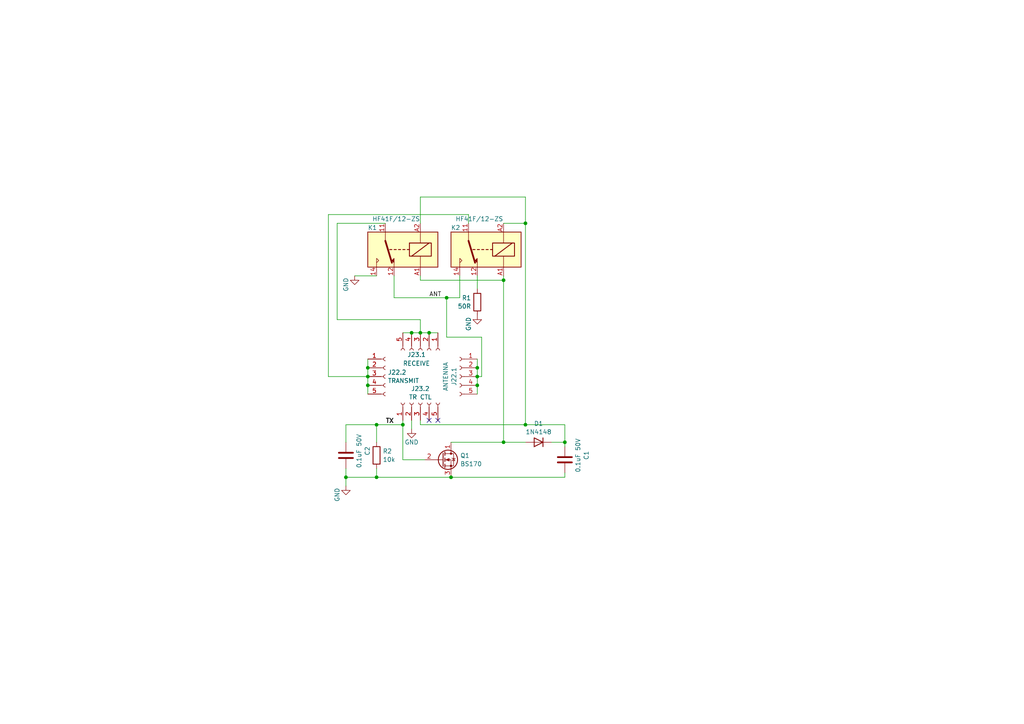
<source format=kicad_sch>
(kicad_sch (version 20230121) (generator eeschema)
  (paper "A4")
  (title_block (title "K9HZ 100W 11 Band LPF TR Carrier Board") (date "2024-01-14") (rev "V1.00") (comment 1 "Layout by OG King-KI3P") (comment 2 "Designed by WJ Schmidt-K9HZ"))
  (lib_symbols
    (symbol "Connector:Conn_01x05_Socket" (pin_names (offset 1.016) hide)
      (property "Reference" "J" (at 0 7.62 0))
      (property "Value" "Conn_01x05_Socket" (at 0 -7.62 0))
      (symbol "Conn_01x05_Socket_1_1"
        (arc (start 0 -4.572) (mid -0.5058 -5.08) (end 0 -5.588) (stroke (width 0.1524)))
        (arc (start 0 -2.032) (mid -0.5058 -2.54) (end 0 -3.048) (stroke (width 0.1524)))
        (polyline (pts (xy -1.27 -5.08) (xy -0.508 -5.08)) (stroke (width 0.1524)))
        (polyline (pts (xy -1.27 -2.54) (xy -0.508 -2.54)) (stroke (width 0.1524)))
        (polyline (pts (xy -1.27 0) (xy -0.508 0)) (stroke (width 0.1524)))
        (polyline (pts (xy -1.27 2.54) (xy -0.508 2.54)) (stroke (width 0.1524)))
        (polyline (pts (xy -1.27 5.08) (xy -0.508 5.08)) (stroke (width 0.1524)))
        (arc (start 0 0.508) (mid -0.5058 0) (end 0 -0.508) (stroke (width 0.1524)))
        (arc (start 0 3.048) (mid -0.5058 2.54) (end 0 2.032) (stroke (width 0.1524)))
        (arc (start 0 5.588) (mid -0.5058 5.08) (end 0 4.572) (stroke (width 0.1524)))
        (pin passive line (at -5.08 5.08 0) (length 3.81) (name "Pin_1") (number "1"))
        (pin passive line (at -5.08 2.54 0) (length 3.81) (name "Pin_2") (number "2"))
        (pin passive line (at -5.08 0 0) (length 3.81) (name "Pin_3") (number "3"))
        (pin passive line (at -5.08 -2.54 0) (length 3.81) (name "Pin_4") (number "4"))
        (pin passive line (at -5.08 -5.08 0) (length 3.81) (name "Pin_5") (number "5"))
      )
    )
    (symbol "Device:C" (pin_numbers hide) (pin_names (offset 0.254))
      (property "Reference" "C" (at 0.635 2.54 0))
      (property "Value" "C" (at 0.635 -2.54 0))
      (symbol "C_0_1"
        (polyline (pts (xy -2.032 -0.762) (xy 2.032 -0.762)) (stroke (width 0.508)))
        (polyline (pts (xy -2.032 0.762) (xy 2.032 0.762)) (stroke (width 0.508)))
      )
      (symbol "C_1_1"
        (pin passive line (at 0 3.81 270) (length 2.794) (name "~") (number "1"))
        (pin passive line (at 0 -3.81 90) (length 2.794) (name "~") (number "2"))
      )
    )
    (symbol "Device:R" (pin_numbers hide) (pin_names (offset 0))
      (property "Reference" "R" (at 2.032 0 90))
      (property "Value" "R" (at 0 0 90))
      (symbol "R_0_1"
        (rectangle (start -1.016 -2.54) (end 1.016 2.54) (stroke (width 0.254)))
      )
      (symbol "R_1_1"
        (pin passive line (at 0 3.81 270) (length 1.27) (name "~") (number "1"))
        (pin passive line (at 0 -3.81 90) (length 1.27) (name "~") (number "2"))
      )
    )
    (symbol "Diode:1N4148" (pin_numbers hide) (pin_names hide)
      (property "Reference" "D" (at 0 2.54 0))
      (property "Value" "1N4148" (at 0 -2.54 0))
      (symbol "1N4148_0_1"
        (polyline (pts (xy -1.27 1.27) (xy -1.27 -1.27)) (stroke (width 0.254)))
        (polyline (pts (xy 1.27 0) (xy -1.27 0)))
        (polyline (pts (xy 1.27 1.27) (xy 1.27 -1.27) (xy -1.27 0) (xy 1.27 1.27)) (stroke (width 0.254)))
      )
      (symbol "1N4148_1_1"
        (pin passive line (at -3.81 0 0) (length 2.54) (name "K") (number "1"))
        (pin passive line (at 3.81 0 180) (length 2.54) (name "A") (number "2"))
      )
    )
    (symbol "Relay:Relay_SPDT"
      (property "Reference" "K" (at 11.43 3.81 0))
      (property "Value" "Relay_SPDT" (at 11.43 1.27 0))
      (symbol "Relay_SPDT_0_0"
        (polyline (pts (xy 7.62 5.08) (xy 7.62 2.54) (xy 6.985 3.175) (xy 7.62 3.81)))
      )
      (symbol "Relay_SPDT_0_1"
        (rectangle (start -10.16 5.08) (end 10.16 -5.08) (stroke (width 0.254)) (fill (type background)))
        (rectangle (start -8.255 1.905) (end -1.905 -1.905) (stroke (width 0.254)))
        (polyline (pts (xy -7.62 -1.905) (xy -2.54 1.905)) (stroke (width 0.254)))
        (polyline (pts (xy -5.08 -5.08) (xy -5.08 -1.905)))
        (polyline (pts (xy -5.08 5.08) (xy -5.08 1.905)))
        (polyline (pts (xy -1.905 0) (xy -1.27 0)) (stroke (width 0.254)))
        (polyline (pts (xy -0.635 0) (xy 0 0)) (stroke (width 0.254)))
        (polyline (pts (xy 0.635 0) (xy 1.27 0)) (stroke (width 0.254)))
        (polyline (pts (xy 1.905 0) (xy 2.54 0)) (stroke (width 0.254)))
        (polyline (pts (xy 3.175 0) (xy 3.81 0)) (stroke (width 0.254)))
        (polyline (pts (xy 5.08 -2.54) (xy 3.175 3.81)) (stroke (width 0.508)))
        (polyline (pts (xy 5.08 -2.54) (xy 5.08 -5.08)))
        (polyline (pts (xy 2.54 5.08) (xy 2.54 2.54) (xy 3.175 3.175) (xy 2.54 3.81)) (fill (type outline)))
      )
      (symbol "Relay_SPDT_1_1"
        (pin passive line (at 5.08 -7.62 90) (length 2.54) (name "~") (number "11"))
        (pin passive line (at 2.54 7.62 270) (length 2.54) (name "~") (number "12"))
        (pin passive line (at 7.62 7.62 270) (length 2.54) (name "~") (number "14"))
        (pin passive line (at -5.08 7.62 270) (length 2.54) (name "~") (number "A1"))
        (pin passive line (at -5.08 -7.62 90) (length 2.54) (name "~") (number "A2"))
      )
    )
    (symbol "Transistor_FET:BS170" (pin_names hide)
      (property "Reference" "Q" (at 5.08 1.905 0))
      (property "Value" "BS170" (at 5.08 0 0))
      (symbol "BS170_0_1"
        (polyline (pts (xy 0.254 0) (xy -2.54 0)))
        (polyline (pts (xy 0.254 1.905) (xy 0.254 -1.905)) (stroke (width 0.254)))
        (polyline (pts (xy 0.762 -1.27) (xy 0.762 -2.286)) (stroke (width 0.254)))
        (polyline (pts (xy 0.762 0.508) (xy 0.762 -0.508)) (stroke (width 0.254)))
        (polyline (pts (xy 0.762 2.286) (xy 0.762 1.27)) (stroke (width 0.254)))
        (polyline (pts (xy 2.54 2.54) (xy 2.54 1.778)))
        (polyline (pts (xy 2.54 -2.54) (xy 2.54 0) (xy 0.762 0)))
        (polyline (pts (xy 0.762 -1.778) (xy 3.302 -1.778) (xy 3.302 1.778) (xy 0.762 1.778)))
        (polyline (pts (xy 1.016 0) (xy 2.032 0.381) (xy 2.032 -0.381) (xy 1.016 0)) (fill (type outline)))
        (polyline (pts (xy 2.794 0.508) (xy 2.921 0.381) (xy 3.683 0.381) (xy 3.81 0.254)))
        (polyline (pts (xy 3.302 0.381) (xy 2.921 -0.254) (xy 3.683 -0.254) (xy 3.302 0.381)))
        (circle (center 1.651 0) (radius 2.794) (stroke (width 0.254)))
        (circle (center 2.54 -1.778) (radius 0.254) (fill (type outline)))
        (circle (center 2.54 1.778) (radius 0.254) (fill (type outline)))
      )
      (symbol "BS170_1_1"
        (pin passive line (at 2.54 5.08 270) (length 2.54) (name "D") (number "1"))
        (pin input line (at -5.08 0 0) (length 2.54) (name "G") (number "2"))
        (pin passive line (at 2.54 -5.08 90) (length 2.54) (name "S") (number "3"))
      )
    )
    (symbol "power:GND" (power) (pin_names (offset 0))
      (property "Value" "GND" (at 0 -3.81 0))
      (symbol "GND_0_1"
        (polyline (pts (xy 0 0) (xy 0 -1.27) (xy 1.27 -1.27) (xy 0 -2.54) (xy -1.27 -1.27) (xy 0 -1.27)))
      )
      (symbol "GND_1_1"
        (pin power_in line (at 0 0 270) (length 0) hide (name "GND") (number "1"))
      )
    )
  )
  (junction (at 129.54 86.36))
  (junction (at 106.68 106.68))
  (junction (at 138.43 111.76))
  (junction (at 138.43 106.68))
  (junction (at 106.68 109.22))
  (junction (at 152.4 123.19))
  (junction (at 121.92 96.52))
  (junction (at 146.05 128.27))
  (junction (at 152.4 64.77))
  (junction (at 138.43 109.22))
  (junction (at 106.68 111.76))
  (junction (at 124.46 96.52))
  (junction (at 100.33 138.43))
  (junction (at 116.84 123.19))
  (junction (at 109.22 123.19))
  (junction (at 130.81 138.43))
  (junction (at 119.38 96.52))
  (junction (at 109.22 138.43))
  (junction (at 163.83 128.27))
  (junction (at 146.05 81.28))
  (no_connect (at 124.46 121.92))
  (no_connect (at 127 121.92))
  (wire (pts (xy 100.33 123.19) (xy 109.22 123.19)))
  (wire (pts (xy 109.22 123.19) (xy 116.84 123.19)))
  (wire (pts (xy 163.83 128.27) (xy 163.83 129.54)))
  (wire (pts (xy 146.05 64.77) (xy 152.4 64.77)))
  (wire (pts (xy 121.92 96.52) (xy 124.46 96.52)))
  (wire (pts (xy 95.25 62.23) (xy 95.25 109.22)))
  (wire (pts (xy 106.68 109.22) (xy 106.68 111.76)))
  (wire (pts (xy 121.92 57.15) (xy 152.4 57.15)))
  (wire (pts (xy 146.05 128.27) (xy 152.4 128.27)))
  (wire (pts (xy 121.92 123.19) (xy 152.4 123.19)))
  (wire (pts (xy 95.25 109.22) (xy 106.68 109.22)))
  (wire (pts (xy 130.81 128.27) (xy 146.05 128.27)))
  (wire (pts (xy 121.92 81.28) (xy 146.05 81.28)))
  (wire (pts (xy 135.89 62.23) (xy 95.25 62.23)))
  (wire (pts (xy 119.38 121.92) (xy 119.38 124.46)))
  (wire (pts (xy 100.33 140.97) (xy 100.33 138.43)))
  (wire (pts (xy 138.43 106.68) (xy 138.43 109.22)))
  (wire (pts (xy 102.87 80.01) (xy 109.22 80.01)))
  (wire (pts (xy 152.4 57.15) (xy 152.4 64.77)))
  (wire (pts (xy 109.22 123.19) (xy 109.22 128.27)))
  (wire (pts (xy 138.43 104.14) (xy 138.43 106.68)))
  (wire (pts (xy 139.7 97.79) (xy 129.54 97.79)))
  (wire (pts (xy 100.33 128.27) (xy 100.33 123.19)))
  (wire (pts (xy 163.83 137.16) (xy 163.83 138.43)))
  (wire (pts (xy 129.54 86.36) (xy 133.35 86.36)))
  (wire (pts (xy 121.92 96.52) (xy 121.92 92.71)))
  (wire (pts (xy 121.92 92.71) (xy 97.79 92.71)))
  (wire (pts (xy 106.68 111.76) (xy 106.68 114.3)))
  (wire (pts (xy 133.35 86.36) (xy 133.35 80.01)))
  (wire (pts (xy 119.38 96.52) (xy 121.92 96.52)))
  (wire (pts (xy 97.79 92.71) (xy 97.79 64.77)))
  (wire (pts (xy 163.83 128.27) (xy 160.02 128.27)))
  (wire (pts (xy 138.43 111.76) (xy 138.43 114.3)))
  (wire (pts (xy 163.83 123.19) (xy 163.83 128.27)))
  (wire (pts (xy 146.05 81.28) (xy 146.05 128.27)))
  (wire (pts (xy 138.43 109.22) (xy 138.43 111.76)))
  (wire (pts (xy 116.84 96.52) (xy 119.38 96.52)))
  (wire (pts (xy 109.22 138.43) (xy 130.81 138.43)))
  (wire (pts (xy 121.92 80.01) (xy 121.92 81.28)))
  (wire (pts (xy 152.4 123.19) (xy 163.83 123.19)))
  (wire (pts (xy 100.33 138.43) (xy 109.22 138.43)))
  (wire (pts (xy 106.68 106.68) (xy 106.68 109.22)))
  (wire (pts (xy 135.89 64.77) (xy 135.89 62.23)))
  (wire (pts (xy 124.46 96.52) (xy 127 96.52)))
  (wire (pts (xy 146.05 81.28) (xy 146.05 80.01)))
  (wire (pts (xy 138.43 109.22) (xy 139.7 109.22)))
  (wire (pts (xy 139.7 109.22) (xy 139.7 97.79)))
  (wire (pts (xy 121.92 64.77) (xy 121.92 57.15)))
  (wire (pts (xy 116.84 123.19) (xy 116.84 133.35)))
  (wire (pts (xy 114.3 80.01) (xy 114.3 86.36)))
  (wire (pts (xy 138.43 80.01) (xy 138.43 83.82)))
  (wire (pts (xy 129.54 97.79) (xy 129.54 86.36)))
  (wire (pts (xy 100.33 138.43) (xy 100.33 135.89)))
  (wire (pts (xy 106.68 104.14) (xy 106.68 106.68)))
  (wire (pts (xy 116.84 133.35) (xy 123.19 133.35)))
  (wire (pts (xy 114.3 86.36) (xy 129.54 86.36)))
  (wire (pts (xy 116.84 123.19) (xy 116.84 121.92)))
  (wire (pts (xy 121.92 121.92) (xy 121.92 123.19)))
  (wire (pts (xy 163.83 138.43) (xy 130.81 138.43)))
  (wire (pts (xy 111.76 64.77) (xy 97.79 64.77)))
  (wire (pts (xy 152.4 64.77) (xy 152.4 123.19)))
  (wire (pts (xy 109.22 138.43) (xy 109.22 135.89)))
  (label "ANT" (at 124.46 86.36 0))
  (label "TX" (at 114.3 123.19 180) (effects (font bold)))
  (symbol (lib_id "power:GND") (at 102.87 80.01 0) (mirror y) (unit 1)
    (property "Reference" "#PWR04" (effects hide))
    (property "Value" "GND" (at 100.33 82.55 90))
  )
  (symbol (lib_id "Relay:Relay_SPDT") (at 116.84 72.39 180) (unit 1)
    (property "Reference" "K1" (at 106.68 66.04 0) (effects (justify right)))
    (property "Value" "HF41F/12-ZS" (at 107.95 63.5 0) (effects (justify right)))
    (property "Footprint" "T41_Library:Relay_SPDT_HF41F12-ZS" (effects hide))
  )
  (symbol (lib_id "Device:R") (at 138.43 87.63 0) (mirror y) (unit 1)
    (property "Reference" "R1" (at 136.652 86.4179 0) (effects (justify left)))
    (property "Value" "50R" (at 136.652 88.8421 0) (effects (justify left)))
    (property "Footprint" "Resistor_SMD:R_1206_3216Metric" (effects hide))
    (property "Mouser Part Number" "71-CRCW120649R9FKEAC" (effects hide))
  )
  (symbol (lib_id "power:GND") (at 138.43 91.44 0) (mirror y) (unit 1)
    (property "Reference" "#PWR05" (effects hide))
    (property "Value" "GND" (at 135.89 93.98 90))
  )
  (symbol (lib_id "Connector:Conn_01x05_Socket") (at 133.35 109.22 0) (mirror y) (unit 1)
    (property "Reference" "J22.1" (at 131.6807 109.22 90))
    (property "Value" "ANTENNA" (at 129.2565 109.22 90))
    (property "Footprint" "Connector_PinSocket_2.54mm:PinSocket_1x05_P2.54mm_Vertical" (effects hide))
    (property "taydaelectronics.com" "A-5776" (effects hide))
  )
  (symbol (lib_id "power:GND") (at 119.38 124.46 0) (mirror y) (unit 1)
    (property "Reference" "#PWR0205" (effects hide))
    (property "Value" "GND" (at 119.38 128.27 0))
  )
  (symbol (lib_id "Connector:Conn_01x05_Socket") (at 121.92 116.84 90) (unit 1)
    (property "Reference" "J23.2" (at 121.92 112.7465 90))
    (property "Value" "TR CTL" (at 121.92 115.1707 90))
    (property "Footprint" "Connector_PinSocket_2.54mm:PinSocket_1x05_P2.54mm_Vertical" (effects hide))
  )
  (symbol (lib_id "Connector:Conn_01x05_Socket") (at 121.92 101.6 270) (unit 1)
    (property "Reference" "J23.1" (at 118.11 102.87 90) (effects (justify left)))
    (property "Value" "RECEIVE" (at 116.84 105.41 90) (effects (justify left)))
    (property "Footprint" "Connector_PinSocket_2.54mm:PinSocket_1x05_P2.54mm_Vertical" (effects hide))
    (property "taydaelectronics.com" "A-5776" (effects hide))
  )
  (symbol (lib_id "Device:R") (at 109.22 132.08 0) (unit 1)
    (property "Reference" "R2" (at 110.998 130.8679 0) (effects (justify left)))
    (property "Value" "10k" (at 110.998 133.2921 0) (effects (justify left)))
    (property "Footprint" "Resistor_SMD:R_1206_3216Metric" (effects hide))
    (property "Mouser Part Number" " 652-CR1206JW-103ELF" (effects hide))
  )
  (symbol (lib_id "Transistor_FET:BS170") (at 128.27 133.35 0) (unit 1)
    (property "Reference" "Q1" (at 133.477 132.1379 0) (effects (justify left)))
    (property "Value" "BS170" (at 133.477 134.5621 0) (effects (justify left)))
    (property "Footprint" "Package_TO_SOT_THT:TO-92_Inline" (effects hide))
    (property "Datasheet" "https://www.onsemi.com/pub/Collateral/BS170-D.PDF" (effects hide))
    (property "Mouser Part Number" "512-BS170" (effects hide))
  )
  (symbol (lib_id "Device:C") (at 163.83 133.35 0) (unit 1)
    (property "Reference" "C1" (at 170.0642 132.08 90))
    (property "Value" "0.1uF 50V" (at 167.64 132.08 90))
    (property "Footprint" "Capacitor_SMD:C_1206_3216Metric" (effects hide))
    (property "Mouser Part Number" "581-12065F104K4" (effects hide))
  )
  (symbol (lib_id "Device:C") (at 100.33 132.08 0) (unit 1)
    (property "Reference" "C2" (at 106.5642 130.81 90))
    (property "Value" "0.1uF 50V" (at 104.14 130.81 90))
    (property "Footprint" "Capacitor_SMD:C_1206_3216Metric" (effects hide))
    (property "Mouser Part Number" "581-12065F104K4" (effects hide))
  )
  (symbol (lib_id "Diode:1N4148") (at 156.21 128.27 180) (unit 1)
    (property "Reference" "D1" (at 156.21 122.8557 0))
    (property "Value" "1N4148" (at 156.21 125.2799 0))
    (property "Footprint" "Diode_THT:D_DO-35_SOD27_P7.62mm_Horizontal" (effects hide))
    (property "Datasheet" "https://assets.nexperia.com/documents/data-sheet/1N4148_1N4448.pdf" (effects hide))
    (property "Mouser Part Number" "512-1N4148" (effects hide))
  )
  (symbol (lib_id "Connector:Conn_01x05_Socket") (at 111.76 109.22 0) (unit 1)
    (property "Reference" "J22.2" (at 112.4712 108.0079 0) (effects (justify left)))
    (property "Value" "TRANSMIT" (at 112.4712 110.4321 0) (effects (justify left)))
    (property "Footprint" "Connector_PinSocket_2.54mm:PinSocket_1x05_P2.54mm_Vertical" (effects hide))
  )
  (symbol (lib_id "Relay:Relay_SPDT") (at 140.97 72.39 180) (unit 1)
    (property "Reference" "K2" (at 130.81 66.04 0) (effects (justify right)))
    (property "Value" "HF41F/12-ZS" (at 132.08 63.5 0) (effects (justify right)))
    (property "Footprint" "T41_Library:Relay_SPDT_HF41F12-ZS" (effects hide))
  )
  (symbol (lib_id "power:GND") (at 100.33 140.97 0) (mirror y) (unit 1)
    (property "Reference" "#PWR01" (effects hide))
    (property "Value" "GND" (at 97.79 143.51 90))
  )
)
</source>
